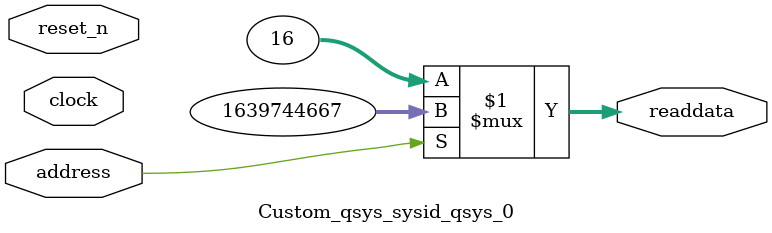
<source format=v>



// synthesis translate_off
`timescale 1ns / 1ps
// synthesis translate_on

// turn off superfluous verilog processor warnings 
// altera message_level Level1 
// altera message_off 10034 10035 10036 10037 10230 10240 10030 

module Custom_qsys_sysid_qsys_0 (
               // inputs:
                address,
                clock,
                reset_n,

               // outputs:
                readdata
             )
;

  output  [ 31: 0] readdata;
  input            address;
  input            clock;
  input            reset_n;

  wire    [ 31: 0] readdata;
  //control_slave, which is an e_avalon_slave
  assign readdata = address ? 1639744667 : 16;

endmodule



</source>
